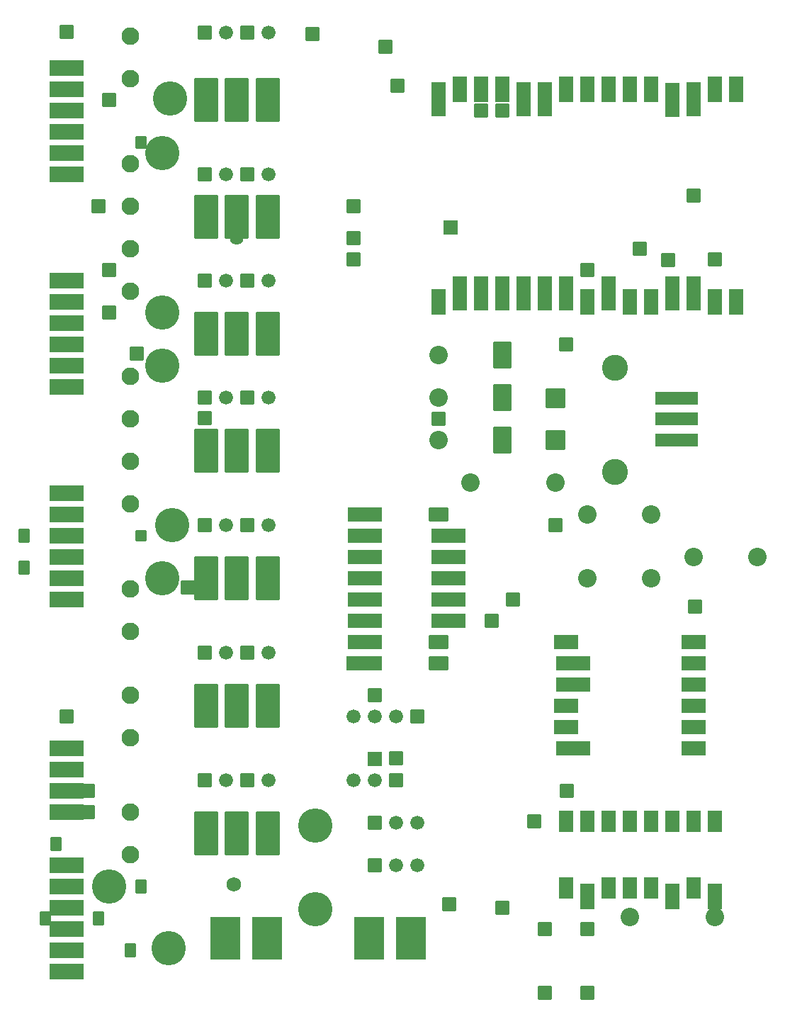
<source format=gts>
G04 Layer: TopSolderMaskLayer*
G04 EasyEDA v6.5.22, 2022-12-11 22:38:22*
G04 16a389ef0e6e420cbb75d7452a4fa289,4d866ca34c7e4626bfa8f39187415ab3,10*
G04 Gerber Generator version 0.2*
G04 Scale: 100 percent, Rotated: No, Reflected: No *
G04 Dimensions in millimeters *
G04 leading zeros omitted , absolute positions ,4 integer and 5 decimal *
%FSLAX45Y45*%
%MOMM*%

%AMMACRO1*1,1,$1,$2,$3*1,1,$1,$4,$5*1,1,$1,0-$2,0-$3*1,1,$1,0-$4,0-$5*20,1,$1,$2,$3,$4,$5,0*20,1,$1,$4,$5,0-$2,0-$3,0*20,1,$1,0-$2,0-$3,0-$4,0-$5,0*20,1,$1,0-$4,0-$5,$2,$3,0*4,1,4,$2,$3,$4,$5,0-$2,0-$3,0-$4,0-$5,$2,$3,0*%
%ADD10C,4.1020*%
%ADD11MACRO1,0.1016X0.8X1.5X0.8X-1.5*%
%ADD12MACRO1,0.102X0.8X1.25X0.8X-1.25*%
%ADD13MACRO1,0.102X-1.1X-1.1X-1.1X1.1*%
%ADD14MACRO1,0.102X-2.5X-0.75X-2.5X0.75*%
%ADD15C,3.1020*%
%ADD16C,2.2032*%
%ADD17MACRO1,0.102X0.7875X0.7875X0.7875X-0.7875*%
%ADD18C,1.6770*%
%ADD19MACRO1,0.102X2X0.85X2X-0.85*%
%ADD20MACRO1,0.1016X2X0.85X2X-0.85*%
%ADD21MACRO1,0.102X-2X-0.85X-2X0.85*%
%ADD22MACRO1,0.102X0.7875X-0.7875X-0.7875X-0.7875*%
%ADD23MACRO1,0.102X-0.7875X0.7875X0.7875X0.7875*%
%ADD24MACRO1,0.102X-0.8X-0.8X-0.8X0.8*%
%ADD25MACRO1,0.204X1.35X-2.5X-1.35X-2.5*%
%ADD26MACRO1,0.2032X1.35X-2.5X-1.35X-2.5*%
%ADD27MACRO1,0.102X-2X0.8X2X0.8*%
%ADD28MACRO1,0.102X-1.4X0.8X1.4X0.8*%
%ADD29C,2.1020*%
%ADD30MACRO1,0.102X-1.75X2.5X1.75X2.5*%
%ADD31MACRO1,0.102X1.75X-2.5X-1.75X-2.5*%
%ADD32MACRO1,0.1016X-2X0.8X2X0.8*%
%ADD33MACRO1,0.102X-1.1X0.8X1.1X0.8*%
%ADD34MACRO1,0.204X1X1.5X1X-1.5*%
%ADD35MACRO1,0.102X0.8X2X0.8X-2*%
%ADD36MACRO1,0.102X0.8X1.5X0.8X-1.5*%
%ADD37R,1.7020X1.7020*%
%ADD38MACRO1,0.102X0.8X0.8X0.8X-0.8*%
%ADD39MACRO1,0.102X-0.8X0.8X0.8X0.8*%
%ADD40MACRO1,0.102X-0.6X0.8X0.6X0.8*%
%ADD41MACRO1,0.102X-0.6X0.6X0.6X0.6*%
%ADD42MACRO1,0.102X-0.6X0.7X0.6X0.7*%
%ADD43C,1.6256*%
%ADD44MACRO1,0.102X-0.762X0.762X0.762X0.762*%
%ADD45MACRO1,0.2032X0.75X0.75X0.75X-0.75*%
%ADD46C,1.7272*%
%ADD47C,0.0181*%

%LPD*%
D10*
G01*
X-1981200Y-5737199D03*
G01*
X-1983206Y-4735195D03*
D11*
G01*
X2794000Y-5583555D03*
G01*
X2286000Y-5583555D03*
G01*
X1270000Y-5583555D03*
D12*
G01*
X2794000Y-4686554D03*
G01*
X2540000Y-4686554D03*
G01*
X1270000Y-4686554D03*
G01*
X1016000Y-4686554D03*
G01*
X2286000Y-4686554D03*
G01*
X2032000Y-4686554D03*
G01*
X1524000Y-4686554D03*
G01*
X1778000Y-4686554D03*
G01*
X1016000Y-5480559D03*
G01*
X1524000Y-5480559D03*
G01*
X1778000Y-5480559D03*
G01*
X2032000Y-5480559D03*
G01*
X2540000Y-5480559D03*
D13*
G01*
X889000Y-130555D03*
G01*
X889000Y369443D03*
D14*
G01*
X2338984Y-130557D03*
G01*
X2338989Y119452D03*
G01*
X2338984Y369441D03*
D15*
G01*
X1600200Y-511555D03*
G01*
X1600174Y733044D03*
D16*
G01*
X-127000Y-638555D03*
G01*
X889000Y-638555D03*
D17*
G01*
X-3301987Y4737100D03*
D18*
G01*
X-3047974Y4737100D03*
D17*
G01*
X-3301994Y1774441D03*
D18*
G01*
X-3048000Y1774444D03*
D17*
G01*
X-3301994Y-1146558D03*
D18*
G01*
X-3048000Y-1146555D03*
D17*
G01*
X-3301994Y-4194558D03*
D18*
G01*
X-3048000Y-4194555D03*
D17*
G01*
X-3301987Y3048002D03*
D18*
G01*
X-3048000Y3048000D03*
D17*
G01*
X-3301994Y-2670558D03*
D18*
G01*
X-3048000Y-2670555D03*
D17*
G01*
X-3301994Y377441D03*
D18*
G01*
X-3048000Y377444D03*
D17*
G01*
X-2793994Y4737089D03*
D18*
G01*
X-2540000Y4737100D03*
D17*
G01*
X-2793994Y1774441D03*
D18*
G01*
X-2540000Y1774444D03*
D17*
G01*
X-2793994Y-1146558D03*
D18*
G01*
X-2540000Y-1146555D03*
D17*
G01*
X-2793994Y-4194558D03*
D18*
G01*
X-2540000Y-4194555D03*
D17*
G01*
X-2793994Y3044441D03*
D18*
G01*
X-2540000Y3044444D03*
D17*
G01*
X-2793994Y-2670558D03*
D18*
G01*
X-2540000Y-2670555D03*
D17*
G01*
X-2793994Y377441D03*
D18*
G01*
X-2540000Y377444D03*
D19*
G01*
X-4952994Y3044440D03*
G01*
X-4952994Y3298440D03*
G01*
X-4952994Y3552440D03*
G01*
X-4952994Y3806440D03*
G01*
X-4952994Y4060440D03*
D20*
G01*
X-4952994Y4314440D03*
D19*
G01*
X-4952994Y504440D03*
G01*
X-4952994Y758440D03*
G01*
X-4952994Y1012440D03*
G01*
X-4952994Y1266440D03*
G01*
X-4952994Y1520440D03*
G01*
X-4952994Y1774440D03*
G01*
X-4952994Y-2035557D03*
G01*
X-4952994Y-1781557D03*
G01*
X-4952994Y-1527557D03*
G01*
X-4952994Y-1273557D03*
G01*
X-4952994Y-1019557D03*
G01*
X-4952994Y-765557D03*
D21*
G01*
X-4952994Y-5210549D03*
G01*
X-4952994Y-5464549D03*
G01*
X-4952994Y-5718549D03*
G01*
X-4952994Y-5972549D03*
G01*
X-4952994Y-6226549D03*
G01*
X-4952994Y-6480549D03*
G01*
X-4952994Y-4575552D03*
G01*
X-4952994Y-4321552D03*
G01*
X-4952994Y-4067552D03*
G01*
X-4952994Y-3813552D03*
D22*
G01*
X-761989Y-3429000D03*
D18*
G01*
X-1015974Y-3429000D03*
G01*
X-1269974Y-3429000D03*
G01*
X-1523974Y-3429000D03*
G01*
X-1524000Y-4194555D03*
G01*
X-1270000Y-4194555D03*
D22*
G01*
X-1016002Y-4194550D03*
D18*
G01*
X-761974Y-5207000D03*
G01*
X-1015974Y-5207000D03*
D23*
G01*
X-1269989Y-5207000D03*
D18*
G01*
X-761974Y-4699000D03*
G01*
X-1015974Y-4699000D03*
D23*
G01*
X-1269989Y-4699000D03*
D24*
G01*
X761984Y-6730972D03*
G01*
X1269984Y-6730972D03*
G01*
X1269984Y-5968972D03*
G01*
X761984Y-5968972D03*
D25*
G01*
X-2552693Y3933466D03*
G01*
X-3289293Y3933466D03*
G01*
X-2920993Y3933466D03*
G01*
X-2552693Y1139492D03*
G01*
X-3289293Y1139492D03*
G01*
X-2920993Y1139492D03*
G01*
X-2552693Y-1781558D03*
G01*
X-3289293Y-1781558D03*
G01*
X-2920993Y-1781558D03*
G01*
X-2552693Y-4829558D03*
G01*
X-3289293Y-4829558D03*
G01*
X-2920993Y-4829558D03*
G01*
X-2552693Y2536441D03*
G01*
X-3289293Y2536441D03*
G01*
X-2920993Y2536441D03*
D26*
G01*
X-2552693Y-3305558D03*
G01*
X-3289293Y-3305558D03*
G01*
X-2920993Y-3305558D03*
D25*
G01*
X-2552693Y-257609D03*
G01*
X-3289293Y-257609D03*
G01*
X-2920993Y-257609D03*
D16*
G01*
X1270000Y-1781555D03*
G01*
X1270000Y-1019555D03*
G01*
X2032000Y-1781555D03*
G01*
X2032000Y-1019555D03*
G01*
X2540000Y-1524000D03*
G01*
X3302000Y-1524000D03*
D27*
G01*
X1099997Y-3809992D03*
G01*
X1099997Y-3048000D03*
G01*
X1099997Y-2794000D03*
D28*
G01*
X2539997Y-3810000D03*
G01*
X2539997Y-3556000D03*
G01*
X2539997Y-3302000D03*
G01*
X2539997Y-3048000D03*
G01*
X2539997Y-2794000D03*
G01*
X2539997Y-2540000D03*
G01*
X1016000Y-2540000D03*
G01*
X1016000Y-3302000D03*
G01*
X1016000Y-3556000D03*
D29*
G01*
X-4191000Y4691887D03*
G01*
X-4191000Y4191000D03*
G01*
X-4191000Y2151887D03*
G01*
X-4191000Y1651000D03*
G01*
X-4191000Y-388112D03*
G01*
X-4191000Y-889000D03*
G01*
X-4191000Y-5080000D03*
G01*
X-4191000Y-4579112D03*
G01*
X-4191000Y3167887D03*
G01*
X-4191000Y2667000D03*
G01*
X-4191000Y627887D03*
G01*
X-4191000Y127000D03*
G01*
X-4191000Y-1912112D03*
G01*
X-4191000Y-2413000D03*
G01*
X-4191000Y-3683000D03*
G01*
X-4191000Y-3182112D03*
D30*
G01*
X-1342640Y-6083274D03*
G01*
X-841754Y-6083274D03*
D31*
G01*
X-2556252Y-6083300D03*
G01*
X-3057137Y-6083300D03*
D27*
G01*
X-1388991Y-1019558D03*
D32*
G01*
X-1388991Y-1273556D03*
G01*
X-1388991Y-1527556D03*
G01*
X-1388991Y-1781556D03*
G01*
X-1388991Y-2035556D03*
G01*
X-1388991Y-2289556D03*
D27*
G01*
X-1388991Y-2543556D03*
D32*
G01*
X-1388991Y-2797556D03*
D27*
G01*
X-388993Y-1778556D03*
G01*
X-388993Y-2289556D03*
G01*
X-388993Y-2035556D03*
G01*
X-388993Y-1527556D03*
G01*
X-388993Y-1273556D03*
D33*
G01*
X-507992Y-2797556D03*
G01*
X-507992Y-2543556D03*
G01*
X-507992Y-1019556D03*
D16*
G01*
X2794000Y-5829300D03*
G01*
X1778000Y-5829300D03*
D34*
G01*
X254000Y-130556D03*
D16*
G01*
X-508000Y-130555D03*
D34*
G01*
X254000Y377443D03*
D16*
G01*
X-508000Y377444D03*
D34*
G01*
X254000Y885443D03*
D16*
G01*
X-508000Y885444D03*
D35*
G01*
X2539974Y3940342D03*
G01*
X507974Y3940342D03*
G01*
X-508025Y3940342D03*
G01*
X2539974Y1621942D03*
G01*
X2285974Y1621942D03*
G01*
X1015974Y1621942D03*
G01*
X761974Y1621942D03*
G01*
X507974Y1621942D03*
G01*
X253974Y1621942D03*
G01*
X-25Y1621942D03*
G01*
X-254025Y1621942D03*
G01*
X761974Y3940342D03*
G01*
X1523974Y1621942D03*
G01*
X2285974Y3933342D03*
D36*
G01*
X3047974Y4060342D03*
G01*
X2793974Y4060342D03*
G01*
X2031974Y4060342D03*
G01*
X1777974Y4060342D03*
G01*
X1523974Y4060342D03*
G01*
X1269974Y4060342D03*
G01*
X1015974Y4060342D03*
G01*
X253974Y4060342D03*
G01*
X-25Y4060342D03*
G01*
X-254025Y4060342D03*
G01*
X3047974Y1520342D03*
G01*
X2793974Y1520342D03*
G01*
X2031974Y1520342D03*
G01*
X1777974Y1520342D03*
G01*
X1269974Y1520342D03*
G01*
X-508025Y1520342D03*
D37*
G01*
X-1270000Y-3940555D03*
D38*
G01*
X-1524005Y2666987D03*
G01*
X-4444997Y1901436D03*
G01*
X1269992Y1901436D03*
G01*
X126984Y-2289548D03*
G01*
X-1000005Y4099984D03*
G01*
X-3301994Y130629D03*
G01*
X-508005Y123441D03*
G01*
X253994Y-5714984D03*
D37*
G01*
X-1524000Y-2797555D03*
D38*
G01*
X635007Y-4686297D03*
D37*
G01*
X-368300Y2413000D03*
D38*
G01*
X380994Y-2035556D03*
D39*
G01*
X-1270000Y-3178556D03*
G01*
X2539989Y2790436D03*
G01*
X1892289Y2158987D03*
G01*
X1015992Y1012438D03*
G01*
X-4444997Y3933426D03*
G01*
X-4445002Y1393436D03*
D40*
G01*
X-5460994Y-1654553D03*
G01*
X-5460994Y-1273556D03*
D41*
G01*
X-4063997Y-1273555D03*
D40*
G01*
X-4063997Y-5464538D03*
G01*
X-4571994Y-5845535D03*
G01*
X-5206994Y-5845538D03*
D39*
G01*
X889005Y-1146558D03*
D10*
G01*
X-3721100Y3949700D03*
G01*
X-3810000Y3298444D03*
G01*
X-3810000Y1393444D03*
G01*
X-3810000Y758444D03*
G01*
X-3695700Y-1143000D03*
G01*
X-3810000Y-1781555D03*
G01*
X-3733800Y-6197600D03*
G01*
X-4445000Y-5464555D03*
D40*
G01*
X-5079994Y-4956538D03*
G01*
X-4190997Y-6226535D03*
D42*
G01*
X-4063997Y3425433D03*
D39*
G01*
X-4698994Y-4321550D03*
G01*
X-4698994Y-4575550D03*
G01*
X-4952994Y-3432550D03*
G01*
X2235184Y2019287D03*
G01*
X-1524002Y2028436D03*
G01*
X2793984Y2031987D03*
D38*
G01*
X-4571997Y2666994D03*
D43*
G01*
X-2921000Y2286000D03*
D44*
G01*
X-1523997Y2285994D03*
D39*
G01*
X-1142997Y4571989D03*
D45*
G01*
X1Y3809991D03*
G01*
X254001Y3809991D03*
D39*
G01*
X-4114792Y901697D03*
G01*
X-3505192Y-1892297D03*
G01*
X2552694Y-2120894D03*
G01*
X1024105Y-4317992D03*
G01*
X-381000Y-5676889D03*
D46*
G01*
X-2959100Y-5435600D03*
D39*
G01*
X-1016000Y-3934716D03*
G01*
X-4952987Y4749791D03*
G01*
X-2019292Y4724396D03*
M02*

</source>
